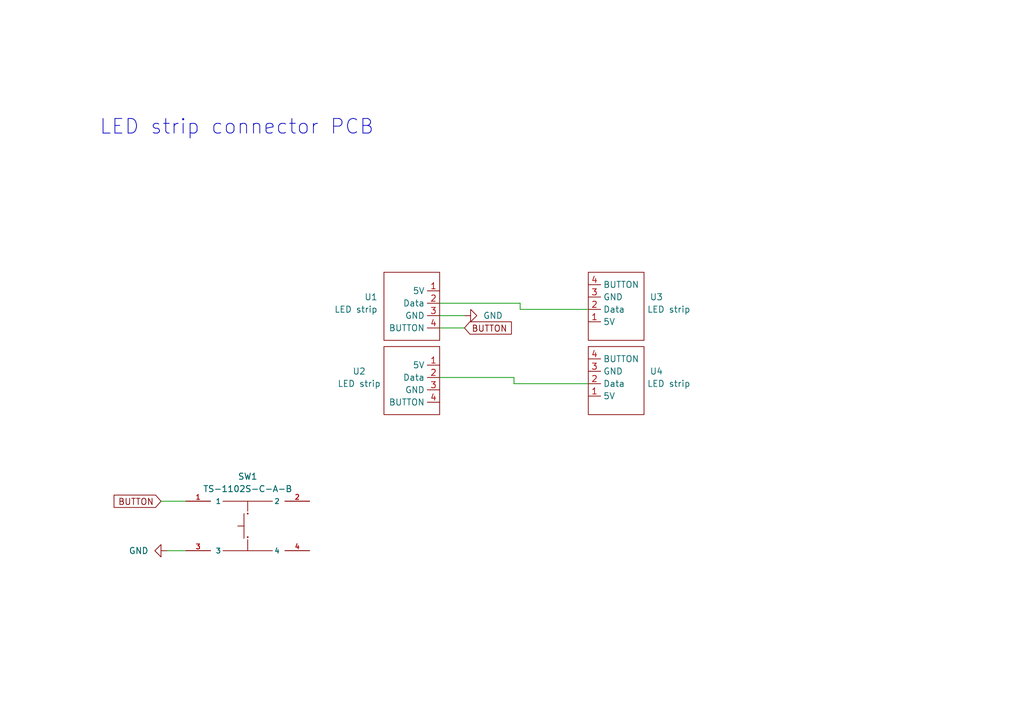
<source format=kicad_sch>
(kicad_sch (version 20211123) (generator eeschema)
  (paper "A5")
  (lib_symbols
    (symbol "TS-1102S-C-A-B:TS-1102S-C-A-B" (pin_names (offset 1.016))
      (property "Reference" "SW" (at 0 1.27 0))
      (property "Value" "TS-1102S-C-A-B" (at 0 -2.54 0))
      (symbol "TS-1102S-C-A-B_1_0"
        (polyline (pts (xy 20.32 -5.08) (xy 30.48 -5.08)) (fill (type background)))
        (polyline (pts (xy 20.32 5.08) (xy 30.48 5.08)) (fill (type background)))
        (polyline (pts (xy 23.368 0) (xy 24.638 0)) (fill (type background)))
        (polyline (pts (xy 24.638 -2.54) (xy 24.638 2.54)) (fill (type background)))
        (polyline (pts (xy 25.4 -5.08) (xy 25.4 -2.794)) (fill (type background)))
        (polyline (pts (xy 25.4 5.08) (xy 25.4 3.048)) (fill (type background)))
        (circle (center 25.4 -2.286) (radius 0.0254) (fill (type background)))
        (circle (center 25.4 2.54) (radius 0.0254) (fill (type background)))
        (pin unspecified line (at 12.7 5.08 0) (length 5.08) (name "1") (number "1"))
        (pin unspecified line (at 38.1 5.08 180) (length 5.08) (name "2") (number "2"))
        (pin unspecified line (at 12.7 -5.08 0) (length 5.08) (name "3") (number "3"))
        (pin unspecified line (at 38.1 -5.08 180) (length 5.08) (name "4") (number "4"))
      )
    )
    (symbol "myparts:LED_strip_contact_4pads"
      (property "Reference" "U5" (at -5.08 3.81 0))
      (property "Value" "LED_strip_contact_4pads" (at -5.08 1.27 0))
      (symbol "LED_strip_contact_4pads_0_1"
        (rectangle (start -3.81 3.81) (end 7.62 -10.16) (stroke (width 0.1524)))
      )
      (symbol "LED_strip_contact_4pads_1_1"
        (pin bidirectional line (at -3.81 0 0) (length 2.54) (name "5V") (number "1"))
        (pin bidirectional line (at -3.81 -2.54 0) (length 2.54) (name "Data") (number "2"))
        (pin bidirectional line (at -3.81 -5.08 0) (length 2.54) (name "GND") (number "3"))
        (pin bidirectional line (at -3.81 -7.62 0) (length 2.54) (name "BUTTON") (number "4"))
      )
    )
    (symbol "power:GND" (power) (pin_names (offset 0))
      (property "Value" "GND" (at 0 -3.81 0))
      (symbol "GND_0_1"
        (polyline (pts (xy 0 0) (xy 0 -1.27) (xy 1.27 -1.27) (xy 0 -2.54) (xy -1.27 -1.27) (xy 0 -1.27)))
      )
      (symbol "GND_1_1"
        (pin power_in line (at 0 0 270) (length 0) hide (name "GND") (number "1"))
      )
    )
  )
  (wire (pts (xy 105.41 78.74) (xy 105.41 77.47)))
  (wire (pts (xy 90.17 62.23) (xy 106.68 62.23)))
  (wire (pts (xy 106.68 63.5) (xy 120.65 63.5)))
  (wire (pts (xy 33.02 102.87) (xy 38.1 102.87)))
  (wire (pts (xy 90.17 67.31) (xy 95.25 67.31)))
  (wire (pts (xy 34.29 113.03) (xy 38.1 113.03)))
  (wire (pts (xy 90.17 64.77) (xy 95.25 64.77)))
  (wire (pts (xy 90.17 77.47) (xy 105.41 77.47)))
  (wire (pts (xy 106.68 62.23) (xy 106.68 63.5)))
  (wire (pts (xy 105.41 78.74) (xy 120.65 78.74)))
  (text "LED strip connector PCB" (at 20.32 27.94 0) (effects (font (size 3 3)) (justify left bottom)))
  (global_label "BUTTON" (shape input) (at 95.25 67.31 0) (property "Intersheet References" "${INTERSHEET_REFS}" (effects hide)))
  (global_label "BUTTON" (shape input) (at 33.02 102.87 180) (property "Intersheet References" "${INTERSHEET_REFS}" (effects hide)))
  (symbol (lib_id "power:GND") (at 95.25 64.77 90) (unit 1)
    (property "Reference" "#PWR0101" (effects hide))
    (property "Value" "GND" (at 99.06 64.7701 90) (effects (justify right)))
  )
  (symbol (lib_id "TS-1102S-C-A-B:TS-1102S-C-A-B") (at 25.4 107.95 0) (unit 1)
    (property "Reference" "SW1" (at 50.8 97.79 0))
    (property "Value" "TS-1102S-C-A-B" (at 50.8 100.33 0))
    (property "Footprint" "TS-1102S-C-A-B:TS-1102S-C-A-B" (effects hide))
    (property "Datasheet" "https://datasheet.lcsc.com/lcsc/2110151630_XKB-Connectivity-TS-1102S-C-A-B_C381038.pdf" (effects hide))
  )
  (symbol (lib_id "myparts:LED_strip_contact_4pads") (at 86.36 59.69 0) (mirror y) (unit 1)
    (property "Reference" "U1" (at 77.47 60.96 0) (effects (justify left)))
    (property "Value" "LED strip" (at 77.47 63.5 0) (effects (justify left)))
    (property "Footprint" "myparts:LED strip connector 4pad" (effects hide))
  )
  (symbol (lib_id "myparts:LED_strip_contact_4pads") (at 124.46 66.04 0) (mirror x) (unit 1)
    (property "Reference" "U3" (at 134.62 60.96 0))
    (property "Value" "LED strip" (at 137.16 63.5 0))
    (property "Footprint" "myparts:LED strip connector 4pad" (effects hide))
  )
  (symbol (lib_id "myparts:LED_strip_contact_4pads") (at 86.36 74.93 0) (mirror y) (unit 1)
    (property "Reference" "U2" (at 73.66 76.2 0))
    (property "Value" "LED strip" (at 73.66 78.74 0))
    (property "Footprint" "myparts:LED strip connector 4pad" (effects hide))
  )
  (symbol (lib_id "myparts:LED_strip_contact_4pads") (at 124.46 81.28 0) (mirror x) (unit 1)
    (property "Reference" "U4" (at 134.62 76.2 0))
    (property "Value" "LED strip" (at 137.16 78.74 0))
    (property "Footprint" "myparts:LED strip connector 4pad" (effects hide))
  )
  (symbol (lib_id "power:GND") (at 34.29 113.03 270) (unit 1)
    (property "Reference" "#PWR0102" (effects hide))
    (property "Value" "GND" (at 30.48 113.0299 90) (effects (justify right)))
  )
)
</source>
